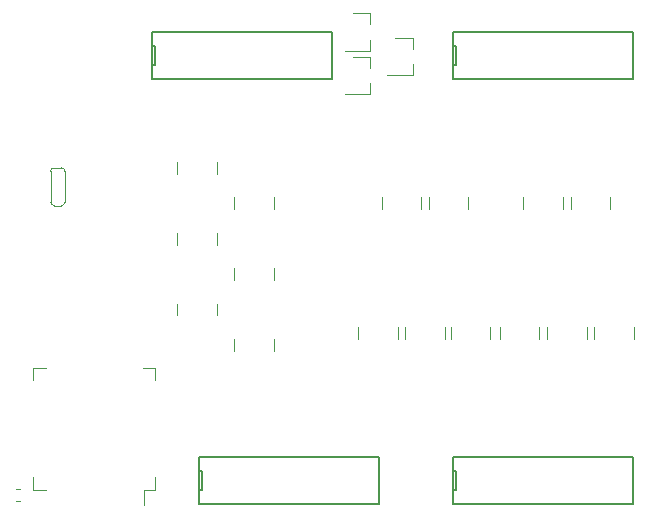
<source format=gbr>
G04 #@! TF.GenerationSoftware,KiCad,Pcbnew,(5.99.0-1662-g9db296991)*
G04 #@! TF.CreationDate,2020-06-19T13:25:48+05:30*
G04 #@! TF.ProjectId,Alchitry_IO_Shield,416c6368-6974-4727-995f-494f5f536869,rev?*
G04 #@! TF.SameCoordinates,Original*
G04 #@! TF.FileFunction,Legend,Bot*
G04 #@! TF.FilePolarity,Positive*
%FSLAX46Y46*%
G04 Gerber Fmt 4.6, Leading zero omitted, Abs format (unit mm)*
G04 Created by KiCad (PCBNEW (5.99.0-1662-g9db296991)) date 2020-06-19 13:25:48*
%MOMM*%
%LPD*%
G01*
G04 APERTURE LIST*
%ADD10C,0.120000*%
%ADD11C,0.127000*%
G04 APERTURE END LIST*
D10*
X51680000Y-39500000D02*
X51680000Y-40500000D01*
X48320000Y-39500000D02*
X48320000Y-40500000D01*
X55680000Y-39500000D02*
X55680000Y-40500000D01*
X52320000Y-39500000D02*
X52320000Y-40500000D01*
X59530000Y-39500000D02*
X59530000Y-40500000D01*
X56170000Y-39500000D02*
X56170000Y-40500000D01*
X67680000Y-39500000D02*
X67680000Y-40500000D01*
X64320000Y-39500000D02*
X64320000Y-40500000D01*
X63680000Y-39500000D02*
X63680000Y-40500000D01*
X60320000Y-39500000D02*
X60320000Y-40500000D01*
X71680000Y-39500000D02*
X71680000Y-40500000D01*
X68320000Y-39500000D02*
X68320000Y-40500000D01*
X49360000Y-16620000D02*
X47900000Y-16620000D01*
X49360000Y-19780000D02*
X47200000Y-19780000D01*
X49360000Y-19780000D02*
X49360000Y-18850000D01*
X49360000Y-16620000D02*
X49360000Y-17550000D01*
X52960000Y-15020000D02*
X51500000Y-15020000D01*
X52960000Y-18180000D02*
X50800000Y-18180000D01*
X52960000Y-18180000D02*
X52960000Y-17250000D01*
X52960000Y-15020000D02*
X52960000Y-15950000D01*
X49360000Y-12920000D02*
X47900000Y-12920000D01*
X49360000Y-16080000D02*
X47200000Y-16080000D01*
X49360000Y-16080000D02*
X49360000Y-15150000D01*
X49360000Y-12920000D02*
X49360000Y-13850000D01*
X23200000Y-29200000D02*
G75*
G03*
X23500000Y-28900000I0J300000D01*
G01*
X22300000Y-28900000D02*
G75*
G03*
X22600000Y-29200000I300000J0D01*
G01*
X23500000Y-26300000D02*
G75*
G03*
X23200000Y-26000000I-300000J0D01*
G01*
X22600000Y-26000000D02*
G75*
G03*
X22300000Y-26300000I0J-300000D01*
G01*
X23200000Y-26000000D02*
X22600000Y-26000000D01*
X23500000Y-28900000D02*
X23500000Y-26300000D01*
X22600000Y-29200000D02*
X23200000Y-29200000D01*
X22300000Y-26300000D02*
X22300000Y-28900000D01*
D11*
X30900000Y-15700000D02*
X31100000Y-15700000D01*
X46100000Y-14500000D02*
X30900000Y-14500000D01*
X56400000Y-51700000D02*
X56400000Y-53300000D01*
X31100000Y-17300000D02*
X30900000Y-17300000D01*
X71600000Y-50500000D02*
X56400000Y-50500000D01*
X30900000Y-18500000D02*
X46100000Y-18500000D01*
X56400000Y-50500000D02*
X56400000Y-51700000D01*
X56400000Y-53300000D02*
X56400000Y-54500000D01*
X56600000Y-17300000D02*
X56400000Y-17300000D01*
X31100000Y-15700000D02*
X31100000Y-17300000D01*
X56400000Y-17300000D02*
X56400000Y-18500000D01*
X35100000Y-53300000D02*
X34900000Y-53300000D01*
X56400000Y-54500000D02*
X71600000Y-54500000D01*
X71600000Y-14500000D02*
X56400000Y-14500000D01*
X56400000Y-18500000D02*
X71600000Y-18500000D01*
X30900000Y-15700000D02*
X30900000Y-17300000D01*
X71600000Y-18500000D02*
X71600000Y-14500000D01*
X34900000Y-54500000D02*
X50100000Y-54500000D01*
X50100000Y-50500000D02*
X34900000Y-50500000D01*
X30900000Y-14500000D02*
X30900000Y-15700000D01*
X30900000Y-17300000D02*
X30900000Y-18500000D01*
X46100000Y-18500000D02*
X46100000Y-14500000D01*
X35100000Y-51700000D02*
X35100000Y-53300000D01*
X71600000Y-54500000D02*
X71600000Y-50500000D01*
X34900000Y-50500000D02*
X34900000Y-51700000D01*
X56400000Y-51700000D02*
X56600000Y-51700000D01*
X56600000Y-53300000D02*
X56400000Y-53300000D01*
X50100000Y-54500000D02*
X50100000Y-50500000D01*
X56600000Y-51700000D02*
X56600000Y-53300000D01*
X34900000Y-51700000D02*
X34900000Y-53300000D01*
X34900000Y-51700000D02*
X35100000Y-51700000D01*
X56400000Y-14500000D02*
X56400000Y-15700000D01*
X56400000Y-15700000D02*
X56400000Y-17300000D01*
X34900000Y-53300000D02*
X34900000Y-54500000D01*
X56600000Y-15700000D02*
X56600000Y-17300000D01*
X56400000Y-15700000D02*
X56600000Y-15700000D01*
D10*
X50320000Y-28500000D02*
X50320000Y-29500000D01*
X53680000Y-28500000D02*
X53680000Y-29500000D01*
X54320000Y-28500000D02*
X54320000Y-29500000D01*
X57680000Y-28500000D02*
X57680000Y-29500000D01*
X62320000Y-28500000D02*
X62320000Y-29500000D01*
X65680000Y-28500000D02*
X65680000Y-29500000D01*
X66320000Y-28500000D02*
X66320000Y-29500000D01*
X69680000Y-28500000D02*
X69680000Y-29500000D01*
X33020000Y-25500000D02*
X33020000Y-26500000D01*
X36380000Y-25500000D02*
X36380000Y-26500000D01*
X37820000Y-28500000D02*
X37820000Y-29500000D01*
X41180000Y-28500000D02*
X41180000Y-29500000D01*
X33020000Y-31500000D02*
X33020000Y-32500000D01*
X36380000Y-31500000D02*
X36380000Y-32500000D01*
X37820000Y-34500000D02*
X37820000Y-35500000D01*
X41180000Y-34500000D02*
X41180000Y-35500000D01*
X33020000Y-37500000D02*
X33020000Y-38500000D01*
X36380000Y-37500000D02*
X36380000Y-38500000D01*
X37820000Y-40500000D02*
X37820000Y-41500000D01*
X41180000Y-40500000D02*
X41180000Y-41500000D01*
X31175000Y-53275000D02*
X30225000Y-53275000D01*
X31175000Y-42925000D02*
X30125000Y-42925000D01*
X20825000Y-42925000D02*
X21875000Y-42925000D01*
X20825000Y-53275000D02*
X21875000Y-53275000D01*
X31175000Y-53275000D02*
X31175000Y-52225000D01*
X20825000Y-53275000D02*
X20825000Y-52225000D01*
X20825000Y-42925000D02*
X20825000Y-43975000D01*
X31175000Y-42925000D02*
X31175000Y-43975000D01*
X30225000Y-53275000D02*
X30225000Y-54550000D01*
X19712779Y-53190000D02*
X19387221Y-53190000D01*
X19712779Y-54210000D02*
X19387221Y-54210000D01*
M02*

</source>
